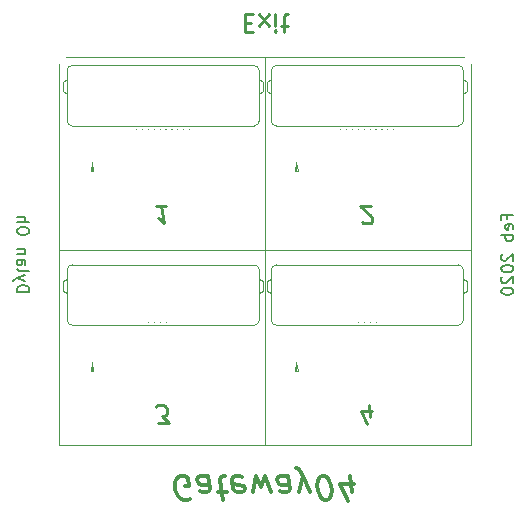
<source format=gbr>
G04 #@! TF.GenerationSoftware,KiCad,Pcbnew,(5.1.5)-3*
G04 #@! TF.CreationDate,2020-02-28T17:34:21-07:00*
G04 #@! TF.ProjectId,Gateway04,47617465-7761-4793-9034-2e6b69636164,rev?*
G04 #@! TF.SameCoordinates,Original*
G04 #@! TF.FileFunction,Legend,Bot*
G04 #@! TF.FilePolarity,Positive*
%FSLAX46Y46*%
G04 Gerber Fmt 4.6, Leading zero omitted, Abs format (unit mm)*
G04 Created by KiCad (PCBNEW (5.1.5)-3) date 2020-02-28 17:34:21*
%MOMM*%
%LPD*%
G04 APERTURE LIST*
%ADD10C,0.120000*%
%ADD11C,0.225000*%
%ADD12C,0.150000*%
%ADD13C,0.300000*%
G04 APERTURE END LIST*
D10*
X96490800Y-106343000D02*
X96390800Y-107113000D01*
X96390800Y-107113000D02*
X96590800Y-107113000D01*
X96490800Y-106343000D02*
X96490800Y-107113000D01*
X96590800Y-107113000D02*
X96490800Y-106343000D01*
X79206800Y-106343000D02*
X79106800Y-107113000D01*
X79106800Y-107113000D02*
X79306800Y-107113000D01*
X79206800Y-106343000D02*
X79206800Y-107113000D01*
X79306800Y-107113000D02*
X79206800Y-106343000D01*
X79206800Y-89457000D02*
X79106800Y-90227000D01*
X79106800Y-90227000D02*
X79306800Y-90227000D01*
X79206800Y-89457000D02*
X79206800Y-90227000D01*
X79306800Y-90227000D02*
X79206800Y-89457000D01*
D11*
X102754736Y-111014428D02*
X102629736Y-110014428D01*
X102469022Y-111585857D02*
X101977950Y-110514428D01*
X102906522Y-110514428D01*
D10*
X96590800Y-90227000D02*
X96490800Y-89457000D01*
X96390800Y-90227000D02*
X96590800Y-90227000D01*
X96490800Y-89457000D02*
X96390800Y-90227000D01*
X96490800Y-89457000D02*
X96490800Y-90227000D01*
D12*
X114313571Y-94226190D02*
X114313571Y-93892857D01*
X114837380Y-93892857D02*
X113837380Y-93892857D01*
X113837380Y-94369047D01*
X114789761Y-95130952D02*
X114837380Y-95035714D01*
X114837380Y-94845238D01*
X114789761Y-94750000D01*
X114694523Y-94702380D01*
X114313571Y-94702380D01*
X114218333Y-94750000D01*
X114170714Y-94845238D01*
X114170714Y-95035714D01*
X114218333Y-95130952D01*
X114313571Y-95178571D01*
X114408809Y-95178571D01*
X114504047Y-94702380D01*
X114837380Y-95607142D02*
X113837380Y-95607142D01*
X114218333Y-95607142D02*
X114170714Y-95702380D01*
X114170714Y-95892857D01*
X114218333Y-95988095D01*
X114265952Y-96035714D01*
X114361190Y-96083333D01*
X114646904Y-96083333D01*
X114742142Y-96035714D01*
X114789761Y-95988095D01*
X114837380Y-95892857D01*
X114837380Y-95702380D01*
X114789761Y-95607142D01*
X113932619Y-97226190D02*
X113885000Y-97273809D01*
X113837380Y-97369047D01*
X113837380Y-97607142D01*
X113885000Y-97702380D01*
X113932619Y-97750000D01*
X114027857Y-97797619D01*
X114123095Y-97797619D01*
X114265952Y-97750000D01*
X114837380Y-97178571D01*
X114837380Y-97797619D01*
X113837380Y-98416666D02*
X113837380Y-98511904D01*
X113885000Y-98607142D01*
X113932619Y-98654761D01*
X114027857Y-98702380D01*
X114218333Y-98750000D01*
X114456428Y-98750000D01*
X114646904Y-98702380D01*
X114742142Y-98654761D01*
X114789761Y-98607142D01*
X114837380Y-98511904D01*
X114837380Y-98416666D01*
X114789761Y-98321428D01*
X114742142Y-98273809D01*
X114646904Y-98226190D01*
X114456428Y-98178571D01*
X114218333Y-98178571D01*
X114027857Y-98226190D01*
X113932619Y-98273809D01*
X113885000Y-98321428D01*
X113837380Y-98416666D01*
X113932619Y-99130952D02*
X113885000Y-99178571D01*
X113837380Y-99273809D01*
X113837380Y-99511904D01*
X113885000Y-99607142D01*
X113932619Y-99654761D01*
X114027857Y-99702380D01*
X114123095Y-99702380D01*
X114265952Y-99654761D01*
X114837380Y-99083333D01*
X114837380Y-99702380D01*
X113837380Y-100321428D02*
X113837380Y-100416666D01*
X113885000Y-100511904D01*
X113932619Y-100559523D01*
X114027857Y-100607142D01*
X114218333Y-100654761D01*
X114456428Y-100654761D01*
X114646904Y-100607142D01*
X114742142Y-100559523D01*
X114789761Y-100511904D01*
X114837380Y-100416666D01*
X114837380Y-100321428D01*
X114789761Y-100226190D01*
X114742142Y-100178571D01*
X114646904Y-100130952D01*
X114456428Y-100083333D01*
X114218333Y-100083333D01*
X114027857Y-100130952D01*
X113932619Y-100178571D01*
X113885000Y-100226190D01*
X113837380Y-100321428D01*
X72866619Y-100416666D02*
X73866619Y-100416666D01*
X73866619Y-100178571D01*
X73819000Y-100035714D01*
X73723761Y-99940476D01*
X73628523Y-99892857D01*
X73438047Y-99845238D01*
X73295190Y-99845238D01*
X73104714Y-99892857D01*
X73009476Y-99940476D01*
X72914238Y-100035714D01*
X72866619Y-100178571D01*
X72866619Y-100416666D01*
X73533285Y-99511904D02*
X72866619Y-99273809D01*
X73533285Y-99035714D02*
X72866619Y-99273809D01*
X72628523Y-99369047D01*
X72580904Y-99416666D01*
X72533285Y-99511904D01*
X72866619Y-98511904D02*
X72914238Y-98607142D01*
X73009476Y-98654761D01*
X73866619Y-98654761D01*
X72866619Y-97702380D02*
X73390428Y-97702380D01*
X73485666Y-97750000D01*
X73533285Y-97845238D01*
X73533285Y-98035714D01*
X73485666Y-98130952D01*
X72914238Y-97702380D02*
X72866619Y-97797619D01*
X72866619Y-98035714D01*
X72914238Y-98130952D01*
X73009476Y-98178571D01*
X73104714Y-98178571D01*
X73199952Y-98130952D01*
X73247571Y-98035714D01*
X73247571Y-97797619D01*
X73295190Y-97702380D01*
X73533285Y-97226190D02*
X72866619Y-97226190D01*
X73438047Y-97226190D02*
X73485666Y-97178571D01*
X73533285Y-97083333D01*
X73533285Y-96940476D01*
X73485666Y-96845238D01*
X73390428Y-96797619D01*
X72866619Y-96797619D01*
X73866619Y-95369047D02*
X73866619Y-95178571D01*
X73819000Y-95083333D01*
X73723761Y-94988095D01*
X73533285Y-94940476D01*
X73199952Y-94940476D01*
X73009476Y-94988095D01*
X72914238Y-95083333D01*
X72866619Y-95178571D01*
X72866619Y-95369047D01*
X72914238Y-95464285D01*
X73009476Y-95559523D01*
X73199952Y-95607142D01*
X73533285Y-95607142D01*
X73723761Y-95559523D01*
X73819000Y-95464285D01*
X73866619Y-95369047D01*
X72866619Y-94511904D02*
X73866619Y-94511904D01*
X72866619Y-94083333D02*
X73390428Y-94083333D01*
X73485666Y-94130952D01*
X73533285Y-94226190D01*
X73533285Y-94369047D01*
X73485666Y-94464285D01*
X73438047Y-94511904D01*
D10*
X76404000Y-113408000D02*
X76404000Y-81108000D01*
X111300000Y-113408000D02*
X76404000Y-113408000D01*
X77000000Y-80508000D02*
X110700000Y-80508000D01*
X111300000Y-96908000D02*
X76404000Y-96908000D01*
X111300000Y-81108000D02*
X111300000Y-113308000D01*
X93852000Y-113408000D02*
X93852000Y-80508000D01*
X101264000Y-103043000D02*
G75*
G03X101264000Y-103043000I-60000J0D01*
G01*
X103764000Y-103043000D02*
G75*
G03X103764000Y-103043000I-60000J0D01*
G01*
X103264000Y-103043000D02*
G75*
G03X103264000Y-103043000I-60000J0D01*
G01*
X101764000Y-103043000D02*
G75*
G03X101764000Y-103043000I-60000J0D01*
G01*
X100264000Y-103043000D02*
G75*
G03X100264000Y-103043000I-60000J0D01*
G01*
X102264000Y-103043000D02*
G75*
G03X102264000Y-103043000I-60000J0D01*
G01*
X104264000Y-103043000D02*
G75*
G03X104264000Y-103043000I-60000J0D01*
G01*
X102764000Y-103043000D02*
G75*
G03X102764000Y-103043000I-60000J0D01*
G01*
X104764000Y-103043000D02*
G75*
G03X104764000Y-103043000I-60000J0D01*
G01*
X100764000Y-103043000D02*
G75*
G03X100764000Y-103043000I-60000J0D01*
G01*
D11*
X84747522Y-111514428D02*
X85676093Y-111514428D01*
X85104665Y-110943000D01*
X85318950Y-110943000D01*
X85452879Y-110871571D01*
X85515379Y-110800142D01*
X85568950Y-110657285D01*
X85524308Y-110300142D01*
X85435022Y-110157285D01*
X85354665Y-110085857D01*
X85202879Y-110014428D01*
X84774308Y-110014428D01*
X84640379Y-110085857D01*
X84577879Y-110157285D01*
D10*
X83980000Y-103043000D02*
G75*
G03X83980000Y-103043000I-60000J0D01*
G01*
X86480000Y-103043000D02*
G75*
G03X86480000Y-103043000I-60000J0D01*
G01*
X85980000Y-103043000D02*
G75*
G03X85980000Y-103043000I-60000J0D01*
G01*
X84480000Y-103043000D02*
G75*
G03X84480000Y-103043000I-60000J0D01*
G01*
X82980000Y-103043000D02*
G75*
G03X82980000Y-103043000I-60000J0D01*
G01*
X84980000Y-103043000D02*
G75*
G03X84980000Y-103043000I-60000J0D01*
G01*
X86980000Y-103043000D02*
G75*
G03X86980000Y-103043000I-60000J0D01*
G01*
X85480000Y-103043000D02*
G75*
G03X85480000Y-103043000I-60000J0D01*
G01*
X87480000Y-103043000D02*
G75*
G03X87480000Y-103043000I-60000J0D01*
G01*
X83480000Y-103043000D02*
G75*
G03X83480000Y-103043000I-60000J0D01*
G01*
D11*
X102085093Y-94485571D02*
X102165450Y-94557000D01*
X102317236Y-94628428D01*
X102674379Y-94628428D01*
X102808308Y-94557000D01*
X102870808Y-94485571D01*
X102924379Y-94342714D01*
X102906522Y-94199857D01*
X102808308Y-93985571D01*
X101844022Y-93128428D01*
X102772593Y-93128428D01*
D10*
X101264000Y-86657000D02*
G75*
G03X101264000Y-86657000I-60000J0D01*
G01*
X103764000Y-86657000D02*
G75*
G03X103764000Y-86657000I-60000J0D01*
G01*
X103264000Y-86657000D02*
G75*
G03X103264000Y-86657000I-60000J0D01*
G01*
X101764000Y-86657000D02*
G75*
G03X101764000Y-86657000I-60000J0D01*
G01*
X100264000Y-86657000D02*
G75*
G03X100264000Y-86657000I-60000J0D01*
G01*
X102264000Y-86657000D02*
G75*
G03X102264000Y-86657000I-60000J0D01*
G01*
X104264000Y-86657000D02*
G75*
G03X104264000Y-86657000I-60000J0D01*
G01*
X102764000Y-86657000D02*
G75*
G03X102764000Y-86657000I-60000J0D01*
G01*
X104764000Y-86657000D02*
G75*
G03X104764000Y-86657000I-60000J0D01*
G01*
X100764000Y-86657000D02*
G75*
G03X100764000Y-86657000I-60000J0D01*
G01*
X83480000Y-86657000D02*
G75*
G03X83480000Y-86657000I-60000J0D01*
G01*
X87480000Y-86657000D02*
G75*
G03X87480000Y-86657000I-60000J0D01*
G01*
X85480000Y-86657000D02*
G75*
G03X85480000Y-86657000I-60000J0D01*
G01*
X86980000Y-86657000D02*
G75*
G03X86980000Y-86657000I-60000J0D01*
G01*
X84980000Y-86657000D02*
G75*
G03X84980000Y-86657000I-60000J0D01*
G01*
X82980000Y-86657000D02*
G75*
G03X82980000Y-86657000I-60000J0D01*
G01*
X84480000Y-86657000D02*
G75*
G03X84480000Y-86657000I-60000J0D01*
G01*
X85980000Y-86657000D02*
G75*
G03X85980000Y-86657000I-60000J0D01*
G01*
X86480000Y-86657000D02*
G75*
G03X86480000Y-86657000I-60000J0D01*
G01*
X83980000Y-86657000D02*
G75*
G03X83980000Y-86657000I-60000J0D01*
G01*
D11*
X85488593Y-93128428D02*
X84631450Y-93128428D01*
X85060022Y-93128428D02*
X85247522Y-94628428D01*
X85077879Y-94414142D01*
X84917165Y-94271285D01*
X84765379Y-94199857D01*
D13*
X87461553Y-117937000D02*
X87282982Y-118032238D01*
X86997267Y-118032238D01*
X86699648Y-117937000D01*
X86485363Y-117746523D01*
X86366315Y-117556047D01*
X86223458Y-117175095D01*
X86187744Y-116889380D01*
X86235363Y-116508428D01*
X86306791Y-116317952D01*
X86473458Y-116127476D01*
X86747267Y-116032238D01*
X86937744Y-116032238D01*
X87235363Y-116127476D01*
X87342505Y-116222714D01*
X87425839Y-116889380D01*
X87044886Y-116889380D01*
X89032982Y-116032238D02*
X89163934Y-117079857D01*
X89092505Y-117270333D01*
X88913934Y-117365571D01*
X88532982Y-117365571D01*
X88330601Y-117270333D01*
X89044886Y-116127476D02*
X88842505Y-116032238D01*
X88366315Y-116032238D01*
X88187744Y-116127476D01*
X88116315Y-116317952D01*
X88140125Y-116508428D01*
X88259172Y-116698904D01*
X88461553Y-116794142D01*
X88937744Y-116794142D01*
X89140125Y-116889380D01*
X89866315Y-117365571D02*
X90628220Y-117365571D01*
X90235363Y-118032238D02*
X90021077Y-116317952D01*
X90092505Y-116127476D01*
X90271077Y-116032238D01*
X90461553Y-116032238D01*
X91902029Y-116127476D02*
X91699648Y-116032238D01*
X91318696Y-116032238D01*
X91140125Y-116127476D01*
X91068696Y-116317952D01*
X91163934Y-117079857D01*
X91282982Y-117270333D01*
X91485363Y-117365571D01*
X91866315Y-117365571D01*
X92044886Y-117270333D01*
X92116315Y-117079857D01*
X92092505Y-116889380D01*
X91116315Y-116698904D01*
X92818696Y-117365571D02*
X93032982Y-116032238D01*
X93532982Y-116984619D01*
X93794886Y-116032238D01*
X94342505Y-117365571D01*
X95794886Y-116032238D02*
X95925839Y-117079857D01*
X95854410Y-117270333D01*
X95675839Y-117365571D01*
X95294886Y-117365571D01*
X95092505Y-117270333D01*
X95806791Y-116127476D02*
X95604410Y-116032238D01*
X95128220Y-116032238D01*
X94949648Y-116127476D01*
X94878220Y-116317952D01*
X94902029Y-116508428D01*
X95021077Y-116698904D01*
X95223458Y-116794142D01*
X95699648Y-116794142D01*
X95902029Y-116889380D01*
X96723458Y-117365571D02*
X97032982Y-116032238D01*
X97675839Y-117365571D02*
X97032982Y-116032238D01*
X96782982Y-115556047D01*
X96675839Y-115460809D01*
X96473458Y-115365571D01*
X98902029Y-118032238D02*
X99092505Y-118032238D01*
X99271077Y-117937000D01*
X99354410Y-117841761D01*
X99425839Y-117651285D01*
X99473458Y-117270333D01*
X99413934Y-116794142D01*
X99271077Y-116413190D01*
X99152029Y-116222714D01*
X99044886Y-116127476D01*
X98842505Y-116032238D01*
X98652029Y-116032238D01*
X98473458Y-116127476D01*
X98390125Y-116222714D01*
X98318696Y-116413190D01*
X98271077Y-116794142D01*
X98330601Y-117270333D01*
X98473458Y-117651285D01*
X98592505Y-117841761D01*
X98699648Y-117937000D01*
X98902029Y-118032238D01*
X101199648Y-117365571D02*
X101032982Y-116032238D01*
X100818696Y-118127476D02*
X100163934Y-116698904D01*
X101402029Y-116698904D01*
D11*
X92137714Y-77670142D02*
X92637714Y-77670142D01*
X92852000Y-76884428D02*
X92137714Y-76884428D01*
X92137714Y-78384428D01*
X92852000Y-78384428D01*
X93352000Y-76884428D02*
X94137714Y-77884428D01*
X93352000Y-77884428D02*
X94137714Y-76884428D01*
X94709142Y-76884428D02*
X94709142Y-77884428D01*
X94709142Y-78384428D02*
X94637714Y-78313000D01*
X94709142Y-78241571D01*
X94780571Y-78313000D01*
X94709142Y-78384428D01*
X94709142Y-78241571D01*
X95209142Y-77884428D02*
X95780571Y-77884428D01*
X95423428Y-78384428D02*
X95423428Y-77098714D01*
X95494857Y-76955857D01*
X95637714Y-76884428D01*
X95780571Y-76884428D01*
D10*
X76750000Y-83437000D02*
X77070000Y-83637000D01*
X93670000Y-83437000D02*
X93350000Y-83637000D01*
X93670000Y-83437000D02*
X93670000Y-82637000D01*
X93670000Y-82637000D02*
X93350000Y-82437000D01*
X76750000Y-82637000D02*
X77070000Y-82437000D01*
X76750000Y-83437000D02*
X76750000Y-82637000D01*
X77070000Y-85917000D02*
X77070000Y-81697000D01*
X93350000Y-81697000D02*
X93350000Y-85917000D01*
X77520000Y-86367000D02*
X92900000Y-86367000D01*
X77520000Y-81247000D02*
X92900000Y-81247000D01*
X77070000Y-81697000D02*
G75*
G02X77520000Y-81247000I450000J0D01*
G01*
X92900000Y-81247000D02*
G75*
G02X93350000Y-81697000I0J-450000D01*
G01*
X77520000Y-86367000D02*
G75*
G02X77070000Y-85917000I0J450000D01*
G01*
X93350000Y-85917000D02*
G75*
G02X92900000Y-86367000I-450000J0D01*
G01*
X76750000Y-100323000D02*
X77070000Y-100523000D01*
X93670000Y-100323000D02*
X93350000Y-100523000D01*
X93670000Y-100323000D02*
X93670000Y-99523000D01*
X93670000Y-99523000D02*
X93350000Y-99323000D01*
X76750000Y-99523000D02*
X77070000Y-99323000D01*
X76750000Y-100323000D02*
X76750000Y-99523000D01*
X77070000Y-102803000D02*
X77070000Y-98583000D01*
X93350000Y-98583000D02*
X93350000Y-102803000D01*
X77520000Y-103253000D02*
X92900000Y-103253000D01*
X77520000Y-98133000D02*
X92900000Y-98133000D01*
X77070000Y-98583000D02*
G75*
G02X77520000Y-98133000I450000J0D01*
G01*
X92900000Y-98133000D02*
G75*
G02X93350000Y-98583000I0J-450000D01*
G01*
X77520000Y-103253000D02*
G75*
G02X77070000Y-102803000I0J450000D01*
G01*
X93350000Y-102803000D02*
G75*
G02X92900000Y-103253000I-450000J0D01*
G01*
X94034000Y-100323000D02*
X94354000Y-100523000D01*
X110954000Y-100323000D02*
X110634000Y-100523000D01*
X110954000Y-100323000D02*
X110954000Y-99523000D01*
X110954000Y-99523000D02*
X110634000Y-99323000D01*
X94034000Y-99523000D02*
X94354000Y-99323000D01*
X94034000Y-100323000D02*
X94034000Y-99523000D01*
X94354000Y-102803000D02*
X94354000Y-98583000D01*
X110634000Y-98583000D02*
X110634000Y-102803000D01*
X94804000Y-103253000D02*
X110184000Y-103253000D01*
X94804000Y-98133000D02*
X110184000Y-98133000D01*
X94354000Y-98583000D02*
G75*
G02X94804000Y-98133000I450000J0D01*
G01*
X110184000Y-98133000D02*
G75*
G02X110634000Y-98583000I0J-450000D01*
G01*
X94804000Y-103253000D02*
G75*
G02X94354000Y-102803000I0J450000D01*
G01*
X110634000Y-102803000D02*
G75*
G02X110184000Y-103253000I-450000J0D01*
G01*
X94034000Y-83437000D02*
X94354000Y-83637000D01*
X110954000Y-83437000D02*
X110634000Y-83637000D01*
X110954000Y-83437000D02*
X110954000Y-82637000D01*
X110954000Y-82637000D02*
X110634000Y-82437000D01*
X94034000Y-82637000D02*
X94354000Y-82437000D01*
X94034000Y-83437000D02*
X94034000Y-82637000D01*
X94354000Y-85917000D02*
X94354000Y-81697000D01*
X110634000Y-81697000D02*
X110634000Y-85917000D01*
X94804000Y-86367000D02*
X110184000Y-86367000D01*
X94804000Y-81247000D02*
X110184000Y-81247000D01*
X94354000Y-81697000D02*
G75*
G02X94804000Y-81247000I450000J0D01*
G01*
X110184000Y-81247000D02*
G75*
G02X110634000Y-81697000I0J-450000D01*
G01*
X94804000Y-86367000D02*
G75*
G02X94354000Y-85917000I0J450000D01*
G01*
X110634000Y-85917000D02*
G75*
G02X110184000Y-86367000I-450000J0D01*
G01*
M02*

</source>
